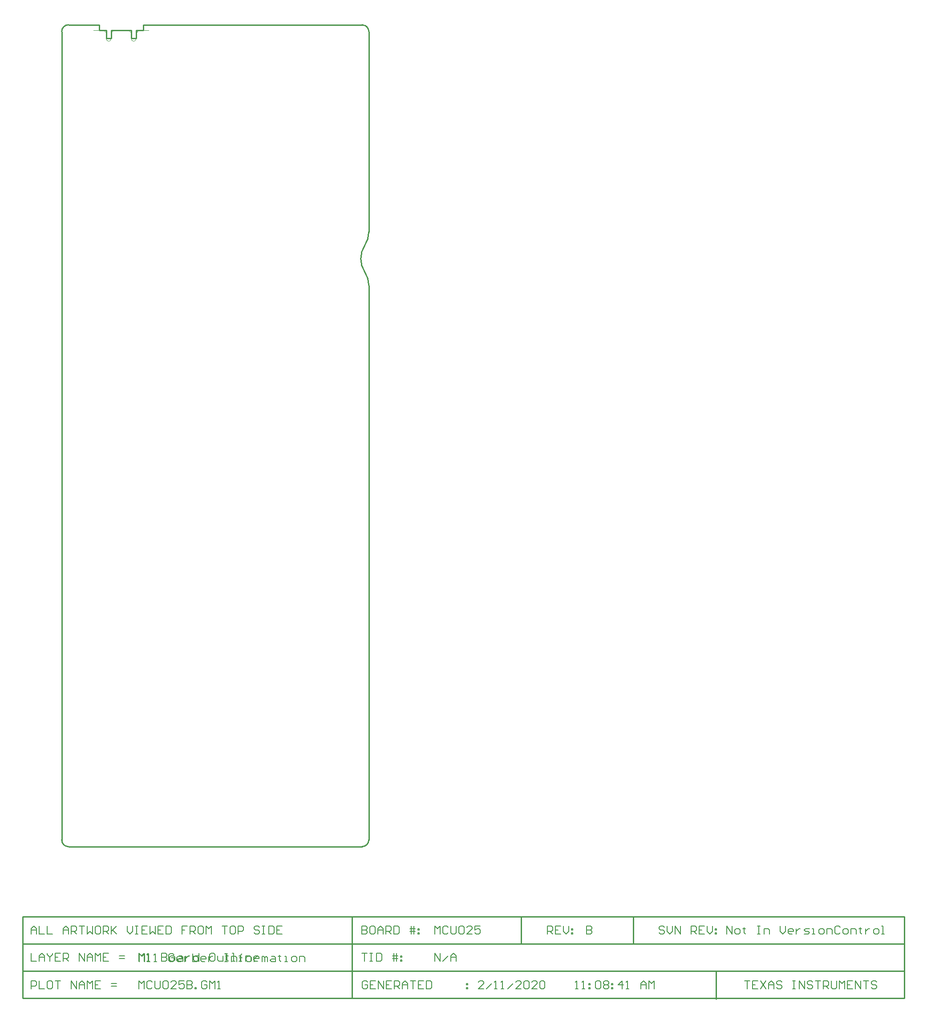
<source format=gm1>
G04*
G04 #@! TF.GenerationSoftware,Altium Limited,Altium Designer,18.1.9 (240)*
G04*
G04 Layer_Color=11296232*
%FSAX25Y25*%
%MOIN*%
G70*
G01*
G75*
%ADD11C,0.01000*%
%ADD18C,0.00800*%
%ADD19C,0.00394*%
G54D11*
X0296200Y0603400D02*
G03*
X0299200Y0613400I-0015167J0010000D01*
G01*
X0074200Y0768400D02*
G03*
X0069200Y0763400I0000000J-0005000D01*
G01*
X0299200D02*
G03*
X0294200Y0768400I-0005000J0000000D01*
G01*
X0299200Y0573400D02*
G03*
X0296200Y0583400I-0018167J0000000D01*
G01*
Y0603400D02*
G03*
X0296200Y0583400I0015167J-0010000D01*
G01*
X0069200Y0158400D02*
G03*
X0074200Y0153400I0005000J0000000D01*
G01*
X0294200D02*
G03*
X0299200Y0158400I0000000J0005000D01*
G01*
X0074200Y0768400D02*
X0097200D01*
X0130200Y0764400D02*
Y0768400D01*
X0124900Y0764400D02*
X0130200D01*
X0124900Y0758400D02*
Y0764400D01*
X0121200Y0758400D02*
X0124900D01*
X0121200D02*
Y0764400D01*
X0106200D02*
X0121200D01*
X0106200Y0758400D02*
Y0764400D01*
X0102500Y0758400D02*
X0106200D01*
X0097200Y0764400D02*
X0102500D01*
Y0758400D02*
Y0764400D01*
X0097200D02*
Y0768400D01*
X0130200D02*
X0294200D01*
X0299200Y0158400D02*
Y0573400D01*
Y0613400D02*
Y0763400D01*
X0069200Y0158400D02*
Y0763400D01*
X0074200Y0153400D02*
X0294200D01*
X0559400Y0039400D02*
Y0059683D01*
X0440500Y0040050D02*
X0700200D01*
Y0101050D01*
X0286500Y0040050D02*
Y0101050D01*
X0040000Y0040050D02*
Y0101050D01*
X0040050Y0040050D02*
X0197600D01*
X0040050D02*
Y0101050D01*
X0700200D01*
X0040000Y0040050D02*
X0440500D01*
X0040000Y0060383D02*
X0700000D01*
X0040000Y0080717D02*
X0700200D01*
X0413200D02*
Y0101050D01*
X0497200Y0080717D02*
Y0101050D01*
G54D18*
X0126900Y0067551D02*
Y0073549D01*
X0128899Y0071549D01*
X0130899Y0073549D01*
Y0067551D01*
X0132898D02*
X0134897D01*
X0133898D01*
Y0073549D01*
X0132898Y0072549D01*
X0143895Y0073549D02*
Y0067551D01*
X0146894D01*
X0147893Y0068550D01*
Y0069550D01*
X0146894Y0070550D01*
X0143895D01*
X0146894D01*
X0147893Y0071549D01*
Y0072549D01*
X0146894Y0073549D01*
X0143895D01*
X0150892Y0067551D02*
X0152892D01*
X0153891Y0068550D01*
Y0070550D01*
X0152892Y0071549D01*
X0150892D01*
X0149893Y0070550D01*
Y0068550D01*
X0150892Y0067551D01*
X0156890Y0071549D02*
X0158890D01*
X0159889Y0070550D01*
Y0067551D01*
X0156890D01*
X0155891Y0068550D01*
X0156890Y0069550D01*
X0159889D01*
X0161889Y0071549D02*
Y0067551D01*
Y0069550D01*
X0162888Y0070550D01*
X0163888Y0071549D01*
X0164888D01*
X0171885Y0073549D02*
Y0067551D01*
X0168886D01*
X0167887Y0068550D01*
Y0070550D01*
X0168886Y0071549D01*
X0171885D01*
X0182882Y0073549D02*
X0180883D01*
X0179883Y0072549D01*
Y0068550D01*
X0180883Y0067551D01*
X0182882D01*
X0183882Y0068550D01*
Y0072549D01*
X0182882Y0073549D01*
X0185881Y0071549D02*
Y0068550D01*
X0186881Y0067551D01*
X0189880D01*
Y0071549D01*
X0192879Y0072549D02*
Y0071549D01*
X0191879D01*
X0193878D01*
X0192879D01*
Y0068550D01*
X0193878Y0067551D01*
X0196877D02*
X0198877D01*
X0197877D01*
Y0073549D01*
X0196877D01*
X0201876Y0067551D02*
X0203875D01*
X0202875D01*
Y0071549D01*
X0201876D01*
X0206874Y0067551D02*
Y0071549D01*
X0209873D01*
X0210873Y0070550D01*
Y0067551D01*
X0215871D02*
X0213872D01*
X0212872Y0068550D01*
Y0070550D01*
X0213872Y0071549D01*
X0215871D01*
X0216871Y0070550D01*
Y0069550D01*
X0212872D01*
X0127200Y0067400D02*
Y0073398D01*
X0129199Y0071399D01*
X0131199Y0073398D01*
Y0067400D01*
X0133198D02*
X0135197D01*
X0134198D01*
Y0073398D01*
X0133198Y0072398D01*
X0138196Y0067400D02*
X0140196D01*
X0139196D01*
Y0073398D01*
X0138196Y0072398D01*
X0153192D02*
X0152192Y0073398D01*
X0150193D01*
X0149193Y0072398D01*
Y0068400D01*
X0150193Y0067400D01*
X0152192D01*
X0153192Y0068400D01*
Y0070399D01*
X0151192D01*
X0158190Y0067400D02*
X0156191D01*
X0155191Y0068400D01*
Y0070399D01*
X0156191Y0071399D01*
X0158190D01*
X0159190Y0070399D01*
Y0069399D01*
X0155191D01*
X0161189Y0071399D02*
Y0067400D01*
Y0069399D01*
X0162189Y0070399D01*
X0163188Y0071399D01*
X0164188D01*
X0167187Y0073398D02*
Y0067400D01*
X0170186D01*
X0171186Y0068400D01*
Y0069399D01*
Y0070399D01*
X0170186Y0071399D01*
X0167187D01*
X0176184Y0067400D02*
X0174185D01*
X0173185Y0068400D01*
Y0070399D01*
X0174185Y0071399D01*
X0176184D01*
X0177184Y0070399D01*
Y0069399D01*
X0173185D01*
X0179183Y0071399D02*
Y0067400D01*
Y0069399D01*
X0180183Y0070399D01*
X0181183Y0071399D01*
X0182182D01*
X0191179Y0073398D02*
X0193179D01*
X0192179D01*
Y0067400D01*
X0191179D01*
X0193179D01*
X0196178D02*
Y0071399D01*
X0199177D01*
X0200176Y0070399D01*
Y0067400D01*
X0203175D02*
Y0072398D01*
Y0070399D01*
X0202176D01*
X0204175D01*
X0203175D01*
Y0072398D01*
X0204175Y0073398D01*
X0208174Y0067400D02*
X0210173D01*
X0211173Y0068400D01*
Y0070399D01*
X0210173Y0071399D01*
X0208174D01*
X0207174Y0070399D01*
Y0068400D01*
X0208174Y0067400D01*
X0213172Y0071399D02*
Y0067400D01*
Y0069399D01*
X0214172Y0070399D01*
X0215172Y0071399D01*
X0216171D01*
X0219170Y0067400D02*
Y0071399D01*
X0220170D01*
X0221170Y0070399D01*
Y0067400D01*
Y0070399D01*
X0222169Y0071399D01*
X0223169Y0070399D01*
Y0067400D01*
X0226168Y0071399D02*
X0228167D01*
X0229167Y0070399D01*
Y0067400D01*
X0226168D01*
X0225168Y0068400D01*
X0226168Y0069399D01*
X0229167D01*
X0232166Y0072398D02*
Y0071399D01*
X0231166D01*
X0233166D01*
X0232166D01*
Y0068400D01*
X0233166Y0067400D01*
X0236165D02*
X0238164D01*
X0237164D01*
Y0071399D01*
X0236165D01*
X0242163Y0067400D02*
X0244162D01*
X0245162Y0068400D01*
Y0070399D01*
X0244162Y0071399D01*
X0242163D01*
X0241163Y0070399D01*
Y0068400D01*
X0242163Y0067400D01*
X0247161D02*
Y0071399D01*
X0250160D01*
X0251160Y0070399D01*
Y0067400D01*
X0348550Y0067500D02*
Y0073498D01*
X0352549Y0067500D01*
Y0073498D01*
X0354548Y0067500D02*
X0358547Y0071499D01*
X0360546Y0067500D02*
Y0071499D01*
X0362545Y0073498D01*
X0364545Y0071499D01*
Y0067500D01*
Y0070499D01*
X0360546D01*
X0294000Y0073498D02*
X0297999D01*
X0295999D01*
Y0067500D01*
X0299998Y0073498D02*
X0301997D01*
X0300998D01*
Y0067500D01*
X0299998D01*
X0301997D01*
X0304996Y0073498D02*
Y0067500D01*
X0307996D01*
X0308995Y0068500D01*
Y0072498D01*
X0307996Y0073498D01*
X0304996D01*
X0317992Y0067500D02*
Y0073498D01*
X0319992D02*
Y0067500D01*
X0316993Y0071499D02*
X0319992D01*
X0320991D01*
X0316993Y0069499D02*
X0320991D01*
X0322991Y0071499D02*
X0323990D01*
Y0070499D01*
X0322991D01*
Y0071499D01*
Y0068500D02*
X0323990D01*
Y0067500D01*
X0322991D01*
Y0068500D01*
X0580500Y0052965D02*
X0584499D01*
X0582499D01*
Y0046966D01*
X0590497Y0052965D02*
X0586498D01*
Y0046966D01*
X0590497D01*
X0586498Y0049966D02*
X0588497D01*
X0592496Y0052965D02*
X0596495Y0046966D01*
Y0052965D02*
X0592496Y0046966D01*
X0598494D02*
Y0050965D01*
X0600493Y0052965D01*
X0602493Y0050965D01*
Y0046966D01*
Y0049966D01*
X0598494D01*
X0608491Y0051965D02*
X0607491Y0052965D01*
X0605492D01*
X0604492Y0051965D01*
Y0050965D01*
X0605492Y0049966D01*
X0607491D01*
X0608491Y0048966D01*
Y0047966D01*
X0607491Y0046966D01*
X0605492D01*
X0604492Y0047966D01*
X0616488Y0052965D02*
X0618488D01*
X0617488D01*
Y0046966D01*
X0616488D01*
X0618488D01*
X0621487D02*
Y0052965D01*
X0625486Y0046966D01*
Y0052965D01*
X0631484Y0051965D02*
X0630484Y0052965D01*
X0628484D01*
X0627485Y0051965D01*
Y0050965D01*
X0628484Y0049966D01*
X0630484D01*
X0631484Y0048966D01*
Y0047966D01*
X0630484Y0046966D01*
X0628484D01*
X0627485Y0047966D01*
X0633483Y0052965D02*
X0637482D01*
X0635482D01*
Y0046966D01*
X0639481D02*
Y0052965D01*
X0642480D01*
X0643480Y0051965D01*
Y0049966D01*
X0642480Y0048966D01*
X0639481D01*
X0641480D02*
X0643480Y0046966D01*
X0645479Y0052965D02*
Y0047966D01*
X0646479Y0046966D01*
X0648478D01*
X0649478Y0047966D01*
Y0052965D01*
X0651477Y0046966D02*
Y0052965D01*
X0653476Y0050965D01*
X0655476Y0052965D01*
Y0046966D01*
X0661474Y0052965D02*
X0657475D01*
Y0046966D01*
X0661474D01*
X0657475Y0049966D02*
X0659474D01*
X0663473Y0046966D02*
Y0052965D01*
X0667472Y0046966D01*
Y0052965D01*
X0669471D02*
X0673470D01*
X0671471D01*
Y0046966D01*
X0679468Y0051965D02*
X0678468Y0052965D01*
X0676469D01*
X0675469Y0051965D01*
Y0050965D01*
X0676469Y0049966D01*
X0678468D01*
X0679468Y0048966D01*
Y0047966D01*
X0678468Y0046966D01*
X0676469D01*
X0675469Y0047966D01*
X0454050Y0046966D02*
X0456049D01*
X0455050D01*
Y0052965D01*
X0454050Y0051965D01*
X0459048Y0046966D02*
X0461048D01*
X0460048D01*
Y0052965D01*
X0459048Y0051965D01*
X0464047Y0050965D02*
X0465046D01*
Y0049966D01*
X0464047D01*
Y0050965D01*
Y0047966D02*
X0465046D01*
Y0046966D01*
X0464047D01*
Y0047966D01*
X0469045Y0051965D02*
X0470045Y0052965D01*
X0472044D01*
X0473044Y0051965D01*
Y0047966D01*
X0472044Y0046966D01*
X0470045D01*
X0469045Y0047966D01*
Y0051965D01*
X0475043D02*
X0476043Y0052965D01*
X0478042D01*
X0479042Y0051965D01*
Y0050965D01*
X0478042Y0049966D01*
X0479042Y0048966D01*
Y0047966D01*
X0478042Y0046966D01*
X0476043D01*
X0475043Y0047966D01*
Y0048966D01*
X0476043Y0049966D01*
X0475043Y0050965D01*
Y0051965D01*
X0476043Y0049966D02*
X0478042D01*
X0481041Y0050965D02*
X0482041D01*
Y0049966D01*
X0481041D01*
Y0050965D01*
Y0047966D02*
X0482041D01*
Y0046966D01*
X0481041D01*
Y0047966D01*
X0489039Y0046966D02*
Y0052965D01*
X0486040Y0049966D01*
X0490038D01*
X0492038Y0046966D02*
X0494037D01*
X0493037D01*
Y0052965D01*
X0492038Y0051965D01*
X0503034Y0046966D02*
Y0050965D01*
X0505033Y0052965D01*
X0507033Y0050965D01*
Y0046966D01*
Y0049966D01*
X0503034D01*
X0509032Y0046966D02*
Y0052965D01*
X0511031Y0050965D01*
X0513031Y0052965D01*
Y0046966D01*
X0046350D02*
Y0052965D01*
X0049349D01*
X0050349Y0051965D01*
Y0049966D01*
X0049349Y0048966D01*
X0046350D01*
X0052348Y0052965D02*
Y0046966D01*
X0056347D01*
X0061345Y0052965D02*
X0059346D01*
X0058346Y0051965D01*
Y0047966D01*
X0059346Y0046966D01*
X0061345D01*
X0062345Y0047966D01*
Y0051965D01*
X0061345Y0052965D01*
X0064344D02*
X0068343D01*
X0066343D01*
Y0046966D01*
X0076340D02*
Y0052965D01*
X0080339Y0046966D01*
Y0052965D01*
X0082338Y0046966D02*
Y0050965D01*
X0084338Y0052965D01*
X0086337Y0050965D01*
Y0046966D01*
Y0049966D01*
X0082338D01*
X0088336Y0046966D02*
Y0052965D01*
X0090336Y0050965D01*
X0092335Y0052965D01*
Y0046966D01*
X0098333Y0052965D02*
X0094335D01*
Y0046966D01*
X0098333D01*
X0094335Y0049966D02*
X0096334D01*
X0106331Y0048966D02*
X0110329D01*
X0106331Y0050965D02*
X0110329D01*
X0046350Y0073549D02*
Y0067551D01*
X0050349D01*
X0052348D02*
Y0071549D01*
X0054347Y0073549D01*
X0056347Y0071549D01*
Y0067551D01*
Y0070550D01*
X0052348D01*
X0058346Y0073549D02*
Y0072549D01*
X0060346Y0070550D01*
X0062345Y0072549D01*
Y0073549D01*
X0060346Y0070550D02*
Y0067551D01*
X0068343Y0073549D02*
X0064344D01*
Y0067551D01*
X0068343D01*
X0064344Y0070550D02*
X0066343D01*
X0070342Y0067551D02*
Y0073549D01*
X0073341D01*
X0074341Y0072549D01*
Y0070550D01*
X0073341Y0069550D01*
X0070342D01*
X0072342D02*
X0074341Y0067551D01*
X0082338D02*
Y0073549D01*
X0086337Y0067551D01*
Y0073549D01*
X0088336Y0067551D02*
Y0071549D01*
X0090336Y0073549D01*
X0092335Y0071549D01*
Y0067551D01*
Y0070550D01*
X0088336D01*
X0094335Y0067551D02*
Y0073549D01*
X0096334Y0071549D01*
X0098333Y0073549D01*
Y0067551D01*
X0104331Y0073549D02*
X0100332D01*
Y0067551D01*
X0104331D01*
X0100332Y0070550D02*
X0102332D01*
X0112329Y0069550D02*
X0116327D01*
X0112329Y0071549D02*
X0116327D01*
X0294000Y0093831D02*
Y0087833D01*
X0296999D01*
X0297999Y0088833D01*
Y0089833D01*
X0296999Y0090832D01*
X0294000D01*
X0296999D01*
X0297999Y0091832D01*
Y0092832D01*
X0296999Y0093831D01*
X0294000D01*
X0302997D02*
X0300998D01*
X0299998Y0092832D01*
Y0088833D01*
X0300998Y0087833D01*
X0302997D01*
X0303997Y0088833D01*
Y0092832D01*
X0302997Y0093831D01*
X0305996Y0087833D02*
Y0091832D01*
X0307996Y0093831D01*
X0309995Y0091832D01*
Y0087833D01*
Y0090832D01*
X0305996D01*
X0311994Y0087833D02*
Y0093831D01*
X0314993D01*
X0315993Y0092832D01*
Y0090832D01*
X0314993Y0089833D01*
X0311994D01*
X0313994D02*
X0315993Y0087833D01*
X0317992Y0093831D02*
Y0087833D01*
X0320991D01*
X0321991Y0088833D01*
Y0092832D01*
X0320991Y0093831D01*
X0317992D01*
X0330988Y0087833D02*
Y0093831D01*
X0332987D02*
Y0087833D01*
X0329988Y0091832D02*
X0332987D01*
X0333987D01*
X0329988Y0089833D02*
X0333987D01*
X0335986Y0091832D02*
X0336986D01*
Y0090832D01*
X0335986D01*
Y0091832D01*
Y0088833D02*
X0336986D01*
Y0087833D01*
X0335986D01*
Y0088833D01*
X0348550Y0087833D02*
Y0093831D01*
X0350549Y0091832D01*
X0352549Y0093831D01*
Y0087833D01*
X0358547Y0092832D02*
X0357547Y0093831D01*
X0355548D01*
X0354548Y0092832D01*
Y0088833D01*
X0355548Y0087833D01*
X0357547D01*
X0358547Y0088833D01*
X0360546Y0093831D02*
Y0088833D01*
X0361546Y0087833D01*
X0363545D01*
X0364545Y0088833D01*
Y0093831D01*
X0366544Y0092832D02*
X0367544Y0093831D01*
X0369543D01*
X0370543Y0092832D01*
Y0088833D01*
X0369543Y0087833D01*
X0367544D01*
X0366544Y0088833D01*
Y0092832D01*
X0376541Y0087833D02*
X0372542D01*
X0376541Y0091832D01*
Y0092832D01*
X0375541Y0093831D01*
X0373542D01*
X0372542Y0092832D01*
X0382539Y0093831D02*
X0378540D01*
Y0090832D01*
X0380540Y0091832D01*
X0381539D01*
X0382539Y0090832D01*
Y0088833D01*
X0381539Y0087833D01*
X0379540D01*
X0378540Y0088833D01*
X0462150Y0093831D02*
Y0087833D01*
X0465149D01*
X0466149Y0088833D01*
Y0089833D01*
X0465149Y0090832D01*
X0462150D01*
X0465149D01*
X0466149Y0091832D01*
Y0092832D01*
X0465149Y0093831D01*
X0462150D01*
X0046350Y0087833D02*
Y0091832D01*
X0048349Y0093831D01*
X0050349Y0091832D01*
Y0087833D01*
Y0090832D01*
X0046350D01*
X0052348Y0093831D02*
Y0087833D01*
X0056347D01*
X0058346Y0093831D02*
Y0087833D01*
X0062345D01*
X0070342D02*
Y0091832D01*
X0072342Y0093831D01*
X0074341Y0091832D01*
Y0087833D01*
Y0090832D01*
X0070342D01*
X0076340Y0087833D02*
Y0093831D01*
X0079339D01*
X0080339Y0092832D01*
Y0090832D01*
X0079339Y0089833D01*
X0076340D01*
X0078340D02*
X0080339Y0087833D01*
X0082338Y0093831D02*
X0086337D01*
X0084338D01*
Y0087833D01*
X0088336Y0093831D02*
Y0087833D01*
X0090336Y0089833D01*
X0092335Y0087833D01*
Y0093831D01*
X0097334D02*
X0095334D01*
X0094335Y0092832D01*
Y0088833D01*
X0095334Y0087833D01*
X0097334D01*
X0098333Y0088833D01*
Y0092832D01*
X0097334Y0093831D01*
X0100332Y0087833D02*
Y0093831D01*
X0103332D01*
X0104331Y0092832D01*
Y0090832D01*
X0103332Y0089833D01*
X0100332D01*
X0102332D02*
X0104331Y0087833D01*
X0106331Y0093831D02*
Y0087833D01*
Y0089833D01*
X0110329Y0093831D01*
X0107330Y0090832D01*
X0110329Y0087833D01*
X0118327Y0093831D02*
Y0089833D01*
X0120326Y0087833D01*
X0122325Y0089833D01*
Y0093831D01*
X0124325D02*
X0126324D01*
X0125324D01*
Y0087833D01*
X0124325D01*
X0126324D01*
X0133322Y0093831D02*
X0129323D01*
Y0087833D01*
X0133322D01*
X0129323Y0090832D02*
X0131323D01*
X0135321Y0093831D02*
Y0087833D01*
X0137321Y0089833D01*
X0139320Y0087833D01*
Y0093831D01*
X0145318D02*
X0141319D01*
Y0087833D01*
X0145318D01*
X0141319Y0090832D02*
X0143319D01*
X0147317Y0093831D02*
Y0087833D01*
X0150316D01*
X0151316Y0088833D01*
Y0092832D01*
X0150316Y0093831D01*
X0147317D01*
X0163312D02*
X0159313D01*
Y0090832D01*
X0161313D01*
X0159313D01*
Y0087833D01*
X0165312D02*
Y0093831D01*
X0168310D01*
X0169310Y0092832D01*
Y0090832D01*
X0168310Y0089833D01*
X0165312D01*
X0167311D02*
X0169310Y0087833D01*
X0174309Y0093831D02*
X0172309D01*
X0171310Y0092832D01*
Y0088833D01*
X0172309Y0087833D01*
X0174309D01*
X0175308Y0088833D01*
Y0092832D01*
X0174309Y0093831D01*
X0177308Y0087833D02*
Y0093831D01*
X0179307Y0091832D01*
X0181306Y0093831D01*
Y0087833D01*
X0189304Y0093831D02*
X0193303D01*
X0191303D01*
Y0087833D01*
X0198301Y0093831D02*
X0196301D01*
X0195302Y0092832D01*
Y0088833D01*
X0196301Y0087833D01*
X0198301D01*
X0199301Y0088833D01*
Y0092832D01*
X0198301Y0093831D01*
X0201300Y0087833D02*
Y0093831D01*
X0204299D01*
X0205299Y0092832D01*
Y0090832D01*
X0204299Y0089833D01*
X0201300D01*
X0217295Y0092832D02*
X0216295Y0093831D01*
X0214296D01*
X0213296Y0092832D01*
Y0091832D01*
X0214296Y0090832D01*
X0216295D01*
X0217295Y0089833D01*
Y0088833D01*
X0216295Y0087833D01*
X0214296D01*
X0213296Y0088833D01*
X0219294Y0093831D02*
X0221293D01*
X0220294D01*
Y0087833D01*
X0219294D01*
X0221293D01*
X0224292Y0093831D02*
Y0087833D01*
X0227291D01*
X0228291Y0088833D01*
Y0092832D01*
X0227291Y0093831D01*
X0224292D01*
X0234289D02*
X0230291D01*
Y0087833D01*
X0234289D01*
X0230291Y0090832D02*
X0232290D01*
X0298199Y0051965D02*
X0297199Y0052965D01*
X0295200D01*
X0294200Y0051965D01*
Y0047966D01*
X0295200Y0046966D01*
X0297199D01*
X0298199Y0047966D01*
Y0049966D01*
X0296199D01*
X0304197Y0052965D02*
X0300198D01*
Y0046966D01*
X0304197D01*
X0300198Y0049966D02*
X0302197D01*
X0306196Y0046966D02*
Y0052965D01*
X0310195Y0046966D01*
Y0052965D01*
X0316193D02*
X0312194D01*
Y0046966D01*
X0316193D01*
X0312194Y0049966D02*
X0314194D01*
X0318192Y0046966D02*
Y0052965D01*
X0321191D01*
X0322191Y0051965D01*
Y0049966D01*
X0321191Y0048966D01*
X0318192D01*
X0320192D02*
X0322191Y0046966D01*
X0324190D02*
Y0050965D01*
X0326190Y0052965D01*
X0328189Y0050965D01*
Y0046966D01*
Y0049966D01*
X0324190D01*
X0330188Y0052965D02*
X0334187D01*
X0332188D01*
Y0046966D01*
X0340185Y0052965D02*
X0336186D01*
Y0046966D01*
X0340185D01*
X0336186Y0049966D02*
X0338186D01*
X0342184Y0052965D02*
Y0046966D01*
X0345183D01*
X0346183Y0047966D01*
Y0051965D01*
X0345183Y0052965D01*
X0342184D01*
X0372175Y0050965D02*
X0373175D01*
Y0049966D01*
X0372175D01*
Y0050965D01*
Y0047966D02*
X0373175D01*
Y0046966D01*
X0372175D01*
Y0047966D01*
X0385149Y0046966D02*
X0381150D01*
X0385149Y0050965D01*
Y0051965D01*
X0384149Y0052965D01*
X0382150D01*
X0381150Y0051965D01*
X0387148Y0046966D02*
X0391147Y0050965D01*
X0393146Y0046966D02*
X0395146D01*
X0394146D01*
Y0052965D01*
X0393146Y0051965D01*
X0398145Y0046966D02*
X0400144D01*
X0399144D01*
Y0052965D01*
X0398145Y0051965D01*
X0403143Y0046966D02*
X0407142Y0050965D01*
X0413140Y0046966D02*
X0409141D01*
X0413140Y0050965D01*
Y0051965D01*
X0412140Y0052965D01*
X0410141D01*
X0409141Y0051965D01*
X0415139D02*
X0416139Y0052965D01*
X0418138D01*
X0419138Y0051965D01*
Y0047966D01*
X0418138Y0046966D01*
X0416139D01*
X0415139Y0047966D01*
Y0051965D01*
X0425136Y0046966D02*
X0421137D01*
X0425136Y0050965D01*
Y0051965D01*
X0424136Y0052965D01*
X0422137D01*
X0421137Y0051965D01*
X0427135D02*
X0428135Y0052965D01*
X0430134D01*
X0431134Y0051965D01*
Y0047966D01*
X0430134Y0046966D01*
X0428135D01*
X0427135Y0047966D01*
Y0051965D01*
X0126900Y0046966D02*
Y0052965D01*
X0128899Y0050965D01*
X0130899Y0052965D01*
Y0046966D01*
X0136897Y0051965D02*
X0135897Y0052965D01*
X0133898D01*
X0132898Y0051965D01*
Y0047966D01*
X0133898Y0046966D01*
X0135897D01*
X0136897Y0047966D01*
X0138896Y0052965D02*
Y0047966D01*
X0139896Y0046966D01*
X0141895D01*
X0142895Y0047966D01*
Y0052965D01*
X0144894Y0051965D02*
X0145894Y0052965D01*
X0147893D01*
X0148893Y0051965D01*
Y0047966D01*
X0147893Y0046966D01*
X0145894D01*
X0144894Y0047966D01*
Y0051965D01*
X0154891Y0046966D02*
X0150892D01*
X0154891Y0050965D01*
Y0051965D01*
X0153891Y0052965D01*
X0151892D01*
X0150892Y0051965D01*
X0160889Y0052965D02*
X0156890D01*
Y0049966D01*
X0158890Y0050965D01*
X0159889D01*
X0160889Y0049966D01*
Y0047966D01*
X0159889Y0046966D01*
X0157890D01*
X0156890Y0047966D01*
X0162888Y0052965D02*
Y0046966D01*
X0165887D01*
X0166887Y0047966D01*
Y0048966D01*
X0165887Y0049966D01*
X0162888D01*
X0165887D01*
X0166887Y0050965D01*
Y0051965D01*
X0165887Y0052965D01*
X0162888D01*
X0168886Y0046966D02*
Y0047966D01*
X0169886D01*
Y0046966D01*
X0168886D01*
X0177884Y0051965D02*
X0176884Y0052965D01*
X0174884D01*
X0173885Y0051965D01*
Y0047966D01*
X0174884Y0046966D01*
X0176884D01*
X0177884Y0047966D01*
Y0049966D01*
X0175884D01*
X0179883Y0046966D02*
Y0052965D01*
X0181882Y0050965D01*
X0183882Y0052965D01*
Y0046966D01*
X0185881D02*
X0187880D01*
X0186881D01*
Y0052965D01*
X0185881Y0051965D01*
X0433000Y0087833D02*
Y0093831D01*
X0435999D01*
X0436999Y0092832D01*
Y0090832D01*
X0435999Y0089833D01*
X0433000D01*
X0434999D02*
X0436999Y0087833D01*
X0442997Y0093831D02*
X0438998D01*
Y0087833D01*
X0442997D01*
X0438998Y0090832D02*
X0440997D01*
X0444996Y0093831D02*
Y0089833D01*
X0446995Y0087833D01*
X0448995Y0089833D01*
Y0093831D01*
X0450994Y0091832D02*
X0451994D01*
Y0090832D01*
X0450994D01*
Y0091832D01*
Y0088833D02*
X0451994D01*
Y0087833D01*
X0450994D01*
Y0088833D01*
X0520799Y0092832D02*
X0519799Y0093831D01*
X0517800D01*
X0516800Y0092832D01*
Y0091832D01*
X0517800Y0090832D01*
X0519799D01*
X0520799Y0089833D01*
Y0088833D01*
X0519799Y0087833D01*
X0517800D01*
X0516800Y0088833D01*
X0522798Y0093831D02*
Y0089833D01*
X0524797Y0087833D01*
X0526797Y0089833D01*
Y0093831D01*
X0528796Y0087833D02*
Y0093831D01*
X0532795Y0087833D01*
Y0093831D01*
X0540792Y0087833D02*
Y0093831D01*
X0543791D01*
X0544791Y0092832D01*
Y0090832D01*
X0543791Y0089833D01*
X0540792D01*
X0542792D02*
X0544791Y0087833D01*
X0550789Y0093831D02*
X0546790D01*
Y0087833D01*
X0550789D01*
X0546790Y0090832D02*
X0548790D01*
X0552788Y0093831D02*
Y0089833D01*
X0554788Y0087833D01*
X0556787Y0089833D01*
Y0093831D01*
X0558786Y0091832D02*
X0559786D01*
Y0090832D01*
X0558786D01*
Y0091832D01*
Y0088833D02*
X0559786D01*
Y0087833D01*
X0558786D01*
Y0088833D01*
X0567400Y0087833D02*
Y0093831D01*
X0571399Y0087833D01*
Y0093831D01*
X0574398Y0087833D02*
X0576397D01*
X0577397Y0088833D01*
Y0090832D01*
X0576397Y0091832D01*
X0574398D01*
X0573398Y0090832D01*
Y0088833D01*
X0574398Y0087833D01*
X0580396Y0092832D02*
Y0091832D01*
X0579396D01*
X0581395D01*
X0580396D01*
Y0088833D01*
X0581395Y0087833D01*
X0590393Y0093831D02*
X0592392D01*
X0591392D01*
Y0087833D01*
X0590393D01*
X0592392D01*
X0595391D02*
Y0091832D01*
X0598390D01*
X0599390Y0090832D01*
Y0087833D01*
X0607387Y0093831D02*
Y0089833D01*
X0609386Y0087833D01*
X0611386Y0089833D01*
Y0093831D01*
X0616384Y0087833D02*
X0614385D01*
X0613385Y0088833D01*
Y0090832D01*
X0614385Y0091832D01*
X0616384D01*
X0617384Y0090832D01*
Y0089833D01*
X0613385D01*
X0619383Y0091832D02*
Y0087833D01*
Y0089833D01*
X0620383Y0090832D01*
X0621383Y0091832D01*
X0622382D01*
X0625381Y0087833D02*
X0628380D01*
X0629380Y0088833D01*
X0628380Y0089833D01*
X0626381D01*
X0625381Y0090832D01*
X0626381Y0091832D01*
X0629380D01*
X0631379Y0087833D02*
X0633379D01*
X0632379D01*
Y0091832D01*
X0631379D01*
X0637377Y0087833D02*
X0639377D01*
X0640376Y0088833D01*
Y0090832D01*
X0639377Y0091832D01*
X0637377D01*
X0636378Y0090832D01*
Y0088833D01*
X0637377Y0087833D01*
X0642376D02*
Y0091832D01*
X0645375D01*
X0646374Y0090832D01*
Y0087833D01*
X0652373Y0092832D02*
X0651373Y0093831D01*
X0649373D01*
X0648374Y0092832D01*
Y0088833D01*
X0649373Y0087833D01*
X0651373D01*
X0652373Y0088833D01*
X0655372Y0087833D02*
X0657371D01*
X0658371Y0088833D01*
Y0090832D01*
X0657371Y0091832D01*
X0655372D01*
X0654372Y0090832D01*
Y0088833D01*
X0655372Y0087833D01*
X0660370D02*
Y0091832D01*
X0663369D01*
X0664369Y0090832D01*
Y0087833D01*
X0667368Y0092832D02*
Y0091832D01*
X0666368D01*
X0668367D01*
X0667368D01*
Y0088833D01*
X0668367Y0087833D01*
X0671366Y0091832D02*
Y0087833D01*
Y0089833D01*
X0672366Y0090832D01*
X0673366Y0091832D01*
X0674365D01*
X0678364Y0087833D02*
X0680364D01*
X0681363Y0088833D01*
Y0090832D01*
X0680364Y0091832D01*
X0678364D01*
X0677364Y0090832D01*
Y0088833D01*
X0678364Y0087833D01*
X0683362D02*
X0685362D01*
X0684362D01*
Y0093831D01*
X0683362D01*
G54D19*
X0102578Y0757904D02*
G03*
X0106121Y0757904I0001772J0000000D01*
G01*
X0121279D02*
G03*
X0124822Y0757904I0001772J0000000D01*
G01*
X0124822Y0762431D02*
X0126791Y0764400D01*
X0100610D02*
X0102578Y0762431D01*
X0106121D02*
X0108090Y0764400D01*
X0108188D01*
X0119310D02*
X0121279Y0762431D01*
X0119212Y0764400D02*
X0119310D01*
X0093031D02*
X0100610D01*
X0102578Y0757904D02*
Y0762431D01*
X0106121Y0757904D02*
Y0762431D01*
X0126791Y0764400D02*
X0134369D01*
X0124822Y0757904D02*
Y0762431D01*
X0121279Y0757904D02*
Y0762431D01*
X0108188Y0764400D02*
X0119212D01*
M02*

</source>
